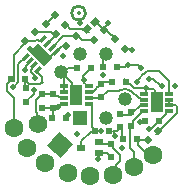
<source format=gbl>
G04*
G04 #@! TF.GenerationSoftware,Altium Limited,Altium Designer,20.0.13 (296)*
G04*
G04 Layer_Physical_Order=4*
G04 Layer_Color=1930808*
%FSLAX25Y25*%
%MOIN*%
G70*
G01*
G75*
%ADD18P,0.03062X4X270.0*%
%ADD19R,0.02165X0.02165*%
%ADD34C,0.01378*%
%ADD36C,0.00800*%
%ADD38P,0.08769X4X183.0*%
%ADD39C,0.06201*%
%ADD40C,0.04693*%
%ADD41R,0.04693X0.04693*%
%ADD42C,0.02000*%
%ADD43C,0.06299*%
%ADD45C,0.00984*%
G04:AMPARAMS|DCode=46|XSize=27.56mil|YSize=11.81mil|CornerRadius=0mil|HoleSize=0mil|Usage=FLASHONLY|Rotation=225.000|XOffset=0mil|YOffset=0mil|HoleType=Round|Shape=Rectangle|*
%AMROTATEDRECTD46*
4,1,4,0.00557,0.01392,0.01392,0.00557,-0.00557,-0.01392,-0.01392,-0.00557,0.00557,0.01392,0.0*
%
%ADD46ROTATEDRECTD46*%

G04:AMPARAMS|DCode=47|XSize=66.93mil|YSize=39.37mil|CornerRadius=0mil|HoleSize=0mil|Usage=FLASHONLY|Rotation=135.000|XOffset=0mil|YOffset=0mil|HoleType=Round|Shape=Rectangle|*
%AMROTATEDRECTD47*
4,1,4,0.03758,-0.00974,0.00974,-0.03758,-0.03758,0.00974,-0.00974,0.03758,0.03758,-0.00974,0.0*
%
%ADD47ROTATEDRECTD47*%

%ADD48R,0.02756X0.01181*%
%ADD49R,0.03937X0.06693*%
%ADD50R,0.02539X0.01890*%
G04:AMPARAMS|DCode=51|XSize=25.59mil|YSize=21.46mil|CornerRadius=0mil|HoleSize=0mil|Usage=FLASHONLY|Rotation=45.000|XOffset=0mil|YOffset=0mil|HoleType=Round|Shape=Rectangle|*
%AMROTATEDRECTD51*
4,1,4,-0.00146,-0.01663,-0.01663,-0.00146,0.00146,0.01663,0.01663,0.00146,-0.00146,-0.01663,0.0*
%
%ADD51ROTATEDRECTD51*%

%ADD52C,0.00394*%
%ADD53R,0.02165X0.02165*%
%ADD54P,0.03062X4X360.0*%
D18*
X30374Y45374D02*
D03*
X33626Y48626D02*
D03*
X24126Y46626D02*
D03*
X20874Y43374D02*
D03*
X7374Y44874D02*
D03*
X10626Y48126D02*
D03*
X48374Y11874D02*
D03*
X51626Y15126D02*
D03*
D19*
X33200Y36500D02*
D03*
X37800D02*
D03*
X24700Y36000D02*
D03*
X29300D02*
D03*
X40800Y31500D02*
D03*
X36200D02*
D03*
X47200Y18500D02*
D03*
X51800D02*
D03*
X39917Y12497D02*
D03*
X44517D02*
D03*
X35300Y15000D02*
D03*
X30700D02*
D03*
X20800Y19500D02*
D03*
X16200D02*
D03*
X7300Y32500D02*
D03*
X2700D02*
D03*
D34*
X25071Y54296D02*
D03*
D36*
X42383Y28500D02*
G03*
X38656Y28500I-1864J-2780D01*
G01*
X3500Y31800D02*
Y40328D01*
Y16000D02*
Y26000D01*
X2017Y31817D02*
X2700Y32500D01*
X2017Y31507D02*
Y31817D01*
X1156Y30646D02*
X2017Y31507D01*
X1156Y28344D02*
Y30646D01*
Y28344D02*
X3500Y26000D01*
X3156Y29817D02*
X3597D01*
X10125Y27325D02*
Y28413D01*
X7000Y24200D02*
X10125Y27325D01*
Y28413D02*
X10336Y28625D01*
X7300Y31000D02*
X7800Y31500D01*
X7300Y31000D02*
Y32500D01*
Y29100D02*
Y31000D01*
X7000Y28800D02*
X7300Y29100D01*
X37800Y36500D02*
X40675D01*
X41175Y37000D01*
X41500D01*
X19549Y43374D02*
X20874D01*
X17511Y41335D02*
X19549Y43374D01*
X30100Y14785D02*
Y15600D01*
X46933Y18233D02*
X47200Y18500D01*
X45940Y18233D02*
X46933D01*
X45710Y18004D02*
X45940Y18233D01*
X48500Y15794D02*
X48630Y15924D01*
X49479D01*
X51117Y17563D02*
Y17817D01*
X49479Y15924D02*
X51117Y17563D01*
Y17817D02*
X51800Y18500D01*
X44881Y10419D02*
Y12133D01*
X45141Y11874D01*
X44517Y12497D02*
X44881Y12133D01*
X45141Y11874D02*
X48374D01*
X44517Y12497D02*
X45019Y12998D01*
X26039Y11539D02*
X29202Y14702D01*
X26039Y9500D02*
Y11539D01*
X31581Y5707D02*
X31961Y6087D01*
Y7531D01*
X3597Y29817D02*
X5000Y31220D01*
X33875Y48875D02*
X35749Y47000D01*
X5000Y31220D02*
Y37176D01*
X7489Y39665D01*
X3500Y40328D02*
X7374Y44202D01*
X10253Y32854D02*
X10482Y32625D01*
X21554Y20254D02*
Y20341D01*
X20800Y19500D02*
X21554Y20254D01*
X17307Y21893D02*
X18314Y22901D01*
X16500Y20183D02*
Y22700D01*
Y19800D02*
Y20183D01*
X16200Y19800D02*
Y20183D01*
Y19500D02*
Y19800D01*
X18314Y22901D02*
Y22901D01*
X16200Y19500D02*
X16500Y19800D01*
X36683Y9317D02*
X39000Y7000D01*
X42217Y9433D02*
Y16417D01*
Y9433D02*
X43500Y8151D01*
Y3000D02*
Y8151D01*
X39000Y5000D02*
Y7000D01*
X36683Y9317D02*
Y10117D01*
X38650Y15850D02*
X39000D01*
X39700Y12497D02*
Y15500D01*
X44881Y10419D02*
X47248Y8052D01*
X42217Y16417D02*
X43170Y17370D01*
X47248Y8052D02*
X48948D01*
X50000Y7000D01*
X46570Y29456D02*
X47364D01*
X43672Y29500D02*
X46525D01*
X47364Y29456D02*
X47594Y29226D01*
X46525Y29500D02*
X46570Y29456D01*
X40800Y31500D02*
X41483Y30817D01*
X42354D01*
X43672Y29500D01*
X45071Y32396D02*
Y32440D01*
X44500Y31500D02*
Y31825D01*
X45071Y32396D01*
Y32440D02*
X46632Y34000D01*
X40117Y32183D02*
X40800Y31500D01*
X42626Y42374D02*
X43000Y42000D01*
X40626Y42374D02*
X42626D01*
X26824Y31854D02*
X27053Y31624D01*
Y31151D02*
Y31624D01*
Y31151D02*
X27522Y30682D01*
X36574Y15000D02*
X37849D01*
X36979Y13707D02*
Y14596D01*
X36574Y15000D02*
X36979Y14596D01*
Y13707D02*
X37208Y13478D01*
X38317Y15517D02*
X38650Y15850D01*
X38317Y15469D02*
Y15517D01*
X37849Y15000D02*
X38317Y15469D01*
X39000Y16200D02*
X39700Y15500D01*
X22885Y28466D02*
X24366Y26984D01*
X22885Y28466D02*
Y30915D01*
X19279Y34520D02*
X22885Y30915D01*
X20232Y29937D02*
Y32513D01*
X19279Y33466D02*
X20232Y32513D01*
X19279Y33466D02*
Y34520D01*
X20232Y27968D02*
Y29937D01*
X47000Y27468D02*
X47403D01*
X47594Y27659D01*
Y29226D01*
X50406Y26399D02*
Y28531D01*
Y25243D02*
Y26399D01*
X51134Y25672D01*
X47594Y29226D02*
X47820Y29000D01*
X49938D01*
X50406Y28531D01*
Y25243D02*
X51134Y24516D01*
Y25672D01*
X37552Y3552D02*
X39000Y5000D01*
X37552Y1552D02*
Y3552D01*
X36500Y500D02*
X37552Y1552D01*
X36000Y10800D02*
X36683Y10117D01*
X31961Y7531D02*
X34668D01*
X36000Y6200D01*
X32954Y10800D02*
X36000D01*
X32285Y11468D02*
X32954Y10800D01*
X31961Y11468D02*
X32285D01*
X29500Y16200D02*
X30100Y15600D01*
X29202Y14702D02*
X30017D01*
X30100Y14785D01*
X51800Y18500D02*
X53469Y20169D01*
X51944Y14856D02*
X58000Y20912D01*
X51087Y14000D02*
X51944Y14856D01*
X43170Y18292D02*
X46022Y21144D01*
Y21372D01*
X51000Y14000D02*
X51087D01*
X58000Y20912D02*
Y23000D01*
X55268Y23531D02*
X57468D01*
X58000Y23000D01*
X53469Y20169D02*
X53517D01*
X54102Y20755D01*
Y20802D01*
X54290Y20990D01*
Y21372D01*
X54480Y21563D01*
X55268D01*
X33200Y31500D02*
X36200D01*
X32500Y30800D02*
X33200Y31500D01*
X46632Y34000D02*
X46828D01*
X47828Y35000D01*
X52000D01*
X48500Y32500D02*
X50000D01*
X41500Y37000D02*
X44994D01*
X34800Y28500D02*
X38656D01*
X42383D02*
X42586D01*
X45208Y25878D01*
X32500Y26200D02*
X34800Y28500D01*
X55268Y23531D02*
Y25500D01*
X45994Y36000D02*
X46000D01*
X44994Y37000D02*
X45994Y36000D01*
X52000Y35000D02*
X55268Y31732D01*
Y27468D02*
Y31732D01*
X52434Y30066D02*
X52876D01*
X50000Y32500D02*
X52434Y30066D01*
X43170Y17370D02*
Y18292D01*
X46022Y21372D02*
X46213Y21563D01*
X47000D01*
X46968Y23500D02*
X47000Y23531D01*
X45500Y23500D02*
X46968D01*
X43183Y21183D02*
X45500Y23500D01*
X43183Y20983D02*
Y21183D01*
X42500Y20300D02*
X43183Y20983D01*
X39000Y20300D02*
X42500D01*
X29478Y23054D02*
X29500Y23031D01*
Y16200D02*
Y23031D01*
X29478Y23054D02*
Y23841D01*
X29287Y24032D02*
X29478Y23841D01*
X28500Y24032D02*
X29287D01*
X46809Y25691D02*
X47000Y25500D01*
X45741Y25691D02*
X46809D01*
X45553Y25878D02*
X45741Y25691D01*
X45208Y25878D02*
X45553D01*
X30292Y28346D02*
X30878Y28932D01*
X30046Y28346D02*
X30292D01*
X30878Y28932D02*
Y29178D01*
X31817Y30117D01*
Y30117D01*
X28500Y27968D02*
X28691Y28159D01*
X29859D02*
X30046Y28346D01*
X28691Y28159D02*
X29859D01*
X28500Y26000D02*
X32300D01*
X32500Y26200D01*
X31817Y30117D02*
X32500Y30800D01*
X33200Y36500D02*
Y38595D01*
X34295Y39691D01*
Y40744D01*
X26688Y33388D02*
X29300Y36000D01*
X26688Y31915D02*
Y33388D01*
X21695Y36000D02*
X24700D01*
X20214Y34520D02*
X21695Y36000D01*
X19279Y34520D02*
X20214D01*
X27713Y29937D02*
X28500D01*
X27522Y30128D02*
X27713Y29937D01*
X27522Y30128D02*
Y30682D01*
X16500Y22700D02*
X16701Y22901D01*
X18314D01*
X19254Y23841D01*
X20042D02*
X20232Y24032D01*
X19254Y23841D02*
X20042D01*
X13000Y22700D02*
X16500D01*
X11097Y17662D02*
X11569Y17191D01*
X11097Y17662D02*
Y21023D01*
X10917Y21203D02*
X11097Y21023D01*
X10917Y21203D02*
Y25217D01*
X13000Y27300D01*
X16500D02*
X17122Y26678D01*
X18140D01*
X18440Y26378D01*
X18786D01*
X18973Y26191D01*
X20042D01*
X20232Y26000D01*
X13000Y27300D02*
X16500D01*
X9654Y30625D02*
X12281D01*
X26259Y48997D02*
X27402Y47854D01*
X20626Y50374D02*
X21126D01*
X22343Y49158D01*
X24541D01*
X24701Y48997D01*
X26259D01*
X7273Y35264D02*
X7502Y35493D01*
X9273Y35346D02*
X9517Y35591D01*
X9273Y34518D02*
Y35346D01*
Y34518D02*
X10253Y33538D01*
X9461Y30817D02*
X9654Y30625D01*
X8483Y30817D02*
X9461D01*
X9517Y35856D02*
X10273Y36612D01*
X9517Y35591D02*
Y35856D01*
X11190Y35014D02*
X11665Y35489D01*
X11190Y34745D02*
Y35014D01*
Y34745D02*
X13046Y32889D01*
X12281Y30625D02*
X13120Y31463D01*
X2500Y31800D02*
X2700Y32000D01*
X33626Y48626D02*
Y49302D01*
X35000Y50675D01*
Y51000D01*
X30753Y51500D02*
X33626Y48626D01*
X37200Y46200D02*
X37374Y46374D01*
X36982Y46200D02*
X37200D01*
X36182Y47000D02*
X36982Y46200D01*
X35749Y47000D02*
X36182D01*
X37374Y45626D02*
Y46374D01*
X30500Y51500D02*
X30753D01*
X7500Y45000D02*
X9828D01*
X7374Y44874D02*
X7500Y45000D01*
X9955Y44874D02*
X10727D01*
X9828Y45000D02*
X9955Y44874D01*
X7374Y44202D02*
Y44874D01*
X10273Y36612D02*
Y36881D01*
X8881Y38003D02*
Y38273D01*
X7502Y36625D02*
X8881Y38003D01*
X7502Y35493D02*
Y36625D01*
X10253Y32854D02*
Y33538D01*
X7800Y31500D02*
X8483Y30817D01*
X13046Y31254D02*
Y32889D01*
X10000Y36608D02*
X10273Y36881D01*
X10000Y36500D02*
Y36608D01*
X14374Y50626D02*
X17374Y53626D01*
X17135Y47018D02*
X17626D01*
X10626Y48126D02*
X13928D01*
X13959Y48095D01*
X14788D01*
X14819Y48126D01*
X16027D01*
X17135Y47018D01*
X26263Y45337D02*
X30871D01*
X24973Y46626D02*
X26263Y45337D01*
X20018Y46626D02*
X24126D01*
X24973D01*
X17242Y41335D02*
X17511D01*
X16380Y40473D02*
X17242Y41335D01*
X16327Y40473D02*
X16380D01*
X15536Y39682D02*
X16327Y40473D01*
X13318Y39682D02*
X15536D01*
X12500Y40500D02*
X13318Y39682D01*
X12778Y44954D02*
X13335Y45511D01*
X12509Y44954D02*
X12778D01*
X12310Y45153D02*
X12509Y44954D01*
X12045Y45153D02*
X12310D01*
X11940Y45258D02*
X12045Y45153D01*
X11111Y45258D02*
X11940D01*
X10727Y44874D02*
X11111Y45258D01*
X14727Y44119D02*
X17626Y47018D01*
X16119Y42727D02*
X20018Y46626D01*
X28354Y47854D02*
X28500Y48000D01*
X27402Y47854D02*
X28354D01*
D38*
X19000Y10500D02*
D03*
D39*
X11569Y17191D02*
D03*
D40*
X19279Y34520D02*
D03*
X25500Y40744D02*
D03*
X34295D02*
D03*
X40520Y25721D02*
D03*
X34295Y19500D02*
D03*
D41*
X25500D02*
D03*
D42*
X3156Y29817D02*
D03*
X32500Y15000D02*
D03*
X45710Y18004D02*
D03*
X48500Y15794D02*
D03*
X24507Y14124D02*
D03*
X31581Y5707D02*
D03*
X10336Y28625D02*
D03*
X10482Y32625D02*
D03*
X21554Y20341D02*
D03*
X18314Y22901D02*
D03*
X39500Y9500D02*
D03*
X44500Y31500D02*
D03*
X43000Y42000D02*
D03*
X57268Y30000D02*
D03*
X26824Y31854D02*
D03*
X37208Y13478D02*
D03*
X47594Y29226D02*
D03*
X48500Y32500D02*
D03*
X41500Y37000D02*
D03*
X46000Y36000D02*
D03*
X52876Y30066D02*
D03*
X33240Y33621D02*
D03*
X7273Y35264D02*
D03*
X20000Y40000D02*
D03*
X35000Y51000D02*
D03*
X25500D02*
D03*
X9048Y42317D02*
D03*
D43*
X43500Y3000D02*
D03*
X21500Y1000D02*
D03*
X3500Y16000D02*
D03*
X36500Y500D02*
D03*
X50000Y7000D02*
D03*
X29000Y0D02*
D03*
X14000Y4500D02*
D03*
X8000Y9500D02*
D03*
D45*
X27434Y54296D02*
G03*
X27434Y54296I-2362J0D01*
G01*
D46*
X13335Y45511D02*
D03*
X14727Y44119D02*
D03*
X16119Y42727D02*
D03*
X17511Y41335D02*
D03*
X11665Y35489D02*
D03*
X10273Y36881D02*
D03*
X8881Y38273D02*
D03*
X7489Y39665D02*
D03*
D47*
X12500Y40500D02*
D03*
D48*
X20232Y24032D02*
D03*
Y26000D02*
D03*
Y27968D02*
D03*
Y29937D02*
D03*
X28500D02*
D03*
Y27968D02*
D03*
Y26000D02*
D03*
Y24032D02*
D03*
X47000Y21563D02*
D03*
Y23531D02*
D03*
Y25500D02*
D03*
Y27468D02*
D03*
X55268D02*
D03*
Y25500D02*
D03*
Y23531D02*
D03*
Y21563D02*
D03*
D49*
X24366Y26984D02*
D03*
X51134Y24516D02*
D03*
D50*
X31961Y11468D02*
D03*
Y7531D02*
D03*
X26039Y9500D02*
D03*
D51*
X30500Y51500D02*
D03*
X27861Y48870D02*
D03*
D52*
X23373Y56050D02*
D03*
D53*
X32500Y30800D02*
D03*
Y26200D02*
D03*
X13000Y27300D02*
D03*
Y22700D02*
D03*
X7500Y29300D02*
D03*
Y24700D02*
D03*
X42500Y16700D02*
D03*
Y21300D02*
D03*
X39000Y20800D02*
D03*
Y16200D02*
D03*
X36000Y6200D02*
D03*
Y10800D02*
D03*
X16500Y27300D02*
D03*
Y22700D02*
D03*
D54*
X40626Y42374D02*
D03*
X37374Y45626D02*
D03*
X17626Y47374D02*
D03*
X14374Y50626D02*
D03*
X17374Y53626D02*
D03*
X20626Y50374D02*
D03*
M02*

</source>
